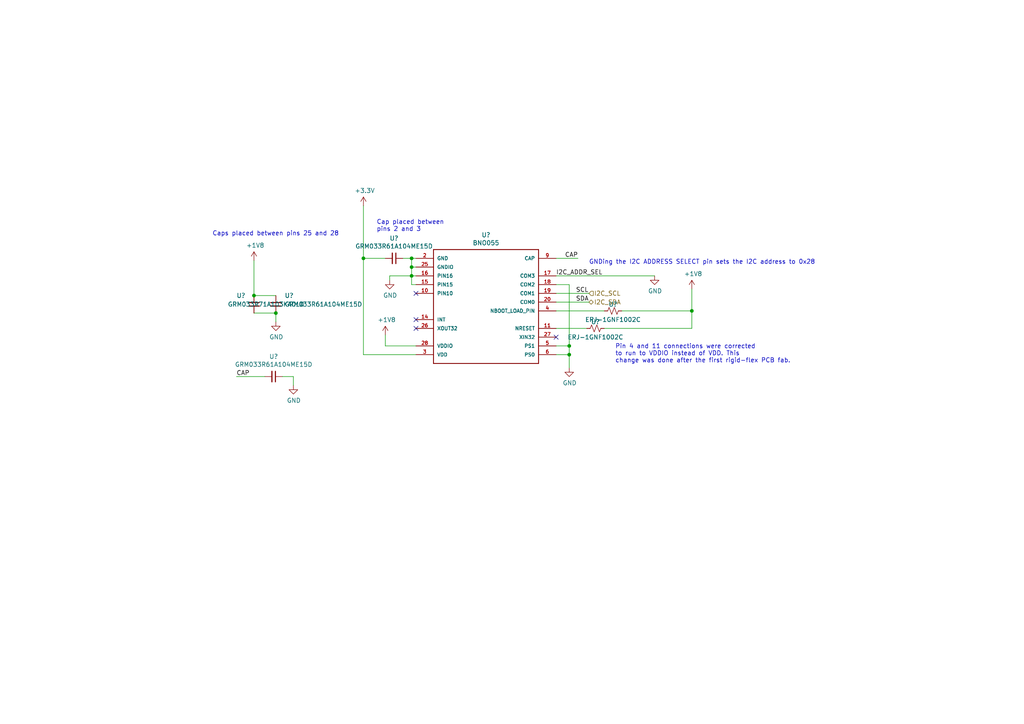
<source format=kicad_sch>
(kicad_sch (version 20211123) (generator eeschema)
  (paper "A4")
  (title_block (title "Miniscope-V4-Rigid-Flex") (date "2021-01-05") (rev "4.41") (company "Aharoni Lab"))
  (lib_symbols
    (symbol ".Device:C_Small" (pin_numbers hide) (pin_names (offset 0.254) hide)
      (property "Reference" "C" (at 0.254 1.778 0))
      (property "Value" "C_Small" (at 0.254 -2.032 0))
      (symbol "C_Small_0_1"
        (polyline (pts (xy -1.524 -0.508) (xy 1.524 -0.508)) (stroke (width 0.3302)))
        (polyline (pts (xy -1.524 0.508) (xy 1.524 0.508)) (stroke (width 0.3048)))
      )
      (symbol "C_Small_1_1"
        (pin passive line (at 0 2.54 270) (length 2.032) (name "~") (number "1"))
        (pin passive line (at 0 -2.54 90) (length 2.032) (name "~") (number "2"))
      )
    )
    (symbol ".Device:R_Small_US" (pin_numbers hide) (pin_names (offset 0.254) hide)
      (property "Reference" "R" (at 0.762 0.508 0))
      (property "Value" "R_Small_US" (at 0.762 -1.016 0))
      (symbol "R_Small_US_1_1"
        (polyline (pts (xy 0 0) (xy 1.016 -0.381) (xy 0 -0.762) (xy -1.016 -1.143) (xy 0 -1.524)))
        (polyline (pts (xy 0 1.524) (xy 1.016 1.143) (xy 0 0.762) (xy -1.016 0.381) (xy 0 0)))
        (pin passive line (at 0 2.54 270) (length 1.016) (name "~") (number "1"))
        (pin passive line (at 0 -2.54 90) (length 1.016) (name "~") (number "2"))
      )
    )
    (symbol ".IMU:BNO055" (pin_names (offset 1.016))
      (property "Reference" "U" (at -14.732 15.748 0))
      (property "Value" "BNO055" (at -14.7574 -19.6088 0))
      (symbol "BNO055_0_0"
        (polyline (pts (xy -15.24 -17.78) (xy 15.24 -17.78)) (stroke (width 0.254)))
        (polyline (pts (xy -15.24 15.24) (xy -15.24 -17.78)) (stroke (width 0.254)))
        (polyline (pts (xy 15.24 -17.78) (xy 15.24 15.24)) (stroke (width 0.254)))
        (polyline (pts (xy 15.24 15.24) (xy -15.24 15.24)) (stroke (width 0.254)))
        (pin power_in line (at 20.32 -5.08 180) (length 5.08) (name "PIN10") (number "10"))
        (pin input line (at -20.32 5.08 0) (length 5.08) (name "NRESET") (number "11"))
        (pin output line (at 20.32 2.54 180) (length 5.08) (name "INT") (number "14"))
        (pin power_in line (at 20.32 -7.62 180) (length 5.08) (name "PIN15") (number "15"))
        (pin power_in line (at 20.32 -10.16 180) (length 5.08) (name "PIN16") (number "16"))
        (pin bidirectional line (at -20.32 -10.16 0) (length 5.08) (name "COM3") (number "17"))
        (pin bidirectional line (at -20.32 -7.62 0) (length 5.08) (name "COM2") (number "18"))
        (pin bidirectional line (at -20.32 -5.08 0) (length 5.08) (name "COM1") (number "19"))
        (pin power_in line (at 20.32 -15.24 180) (length 5.08) (name "GND") (number "2"))
        (pin bidirectional line (at -20.32 -2.54 0) (length 5.08) (name "COM0") (number "20"))
        (pin power_in line (at 20.32 -12.7 180) (length 5.08) (name "GNDIO") (number "25"))
        (pin output line (at 20.32 5.08 180) (length 5.08) (name "XOUT32") (number "26"))
        (pin input line (at -20.32 7.62 0) (length 5.08) (name "XIN32") (number "27"))
        (pin power_in line (at 20.32 10.16 180) (length 5.08) (name "VDDIO") (number "28"))
        (pin power_in line (at 20.32 12.7 180) (length 5.08) (name "VDD") (number "3"))
        (pin bidirectional line (at -20.32 0 0) (length 5.08) (name "NBOOT_LOAD_PIN") (number "4"))
        (pin input line (at -20.32 10.16 0) (length 5.08) (name "PS1") (number "5"))
        (pin input line (at -20.32 12.7 0) (length 5.08) (name "PS0") (number "6"))
        (pin passive line (at -20.32 -15.24 0) (length 5.08) (name "CAP") (number "9"))
      )
    )
    (symbol "power:+1V8" (power) (pin_names (offset 0))
      (property "Value" "+1V8" (at 0 3.556 0))
      (symbol "+1V8_0_1"
        (polyline (pts (xy -0.762 1.27) (xy 0 2.54)))
        (polyline (pts (xy 0 0) (xy 0 2.54)))
        (polyline (pts (xy 0 2.54) (xy 0.762 1.27)))
      )
      (symbol "+1V8_1_1"
        (pin power_in line (at 0 0 90) (length 0) hide (name "+1V8") (number "1"))
      )
    )
    (symbol "power:+3.3V" (power) (pin_names (offset 0))
      (property "Value" "+3.3V" (at 0 3.556 0))
      (symbol "+3.3V_0_1"
        (polyline (pts (xy -0.762 1.27) (xy 0 2.54)))
        (polyline (pts (xy 0 0) (xy 0 2.54)))
        (polyline (pts (xy 0 2.54) (xy 0.762 1.27)))
      )
      (symbol "+3.3V_1_1"
        (pin power_in line (at 0 0 90) (length 0) hide (name "+3.3V") (number "1"))
      )
    )
    (symbol "power:GND" (power) (pin_names (offset 0))
      (property "Value" "GND" (at 0 -3.81 0))
      (symbol "GND_0_1"
        (polyline (pts (xy 0 0) (xy 0 -1.27) (xy 1.27 -1.27) (xy 0 -2.54) (xy -1.27 -1.27) (xy 0 -1.27)))
      )
      (symbol "GND_1_1"
        (pin power_in line (at 0 0 270) (length 0) hide (name "GND") (number "1"))
      )
    )
  )
  (junction (at 200.66 90.17))
  (junction (at 165.1 102.87))
  (junction (at 119.38 77.47))
  (junction (at 119.38 74.93))
  (junction (at 105.41 74.93))
  (junction (at 80.01 90.805))
  (junction (at 73.66 85.725))
  (junction (at 165.1 100.33))
  (junction (at 119.38 80.01))
  (no_connect (at 161.29 97.79))
  (no_connect (at 120.65 95.25))
  (no_connect (at 120.65 92.71))
  (no_connect (at 120.65 85.09))
  (wire (pts (xy 111.76 74.93) (xy 105.41 74.93)))
  (wire (pts (xy 161.29 95.25) (xy 170.18 95.25)))
  (wire (pts (xy 119.38 77.47) (xy 119.38 80.01)))
  (wire (pts (xy 161.29 74.93) (xy 167.64 74.93)))
  (wire (pts (xy 85.09 109.22) (xy 85.09 111.76)))
  (wire (pts (xy 200.66 95.25) (xy 200.66 90.17)))
  (wire (pts (xy 161.29 85.09) (xy 170.815 85.09)))
  (wire (pts (xy 119.38 80.01) (xy 113.03 80.01)))
  (wire (pts (xy 161.29 90.17) (xy 175.26 90.17)))
  (wire (pts (xy 119.38 82.55) (xy 120.65 82.55)))
  (wire (pts (xy 200.66 83.82) (xy 200.66 90.17)))
  (wire (pts (xy 200.66 90.17) (xy 180.34 90.17)))
  (wire (pts (xy 161.29 80.01) (xy 189.865 80.01)))
  (wire (pts (xy 119.38 74.93) (xy 119.38 77.47)))
  (wire (pts (xy 165.1 102.87) (xy 165.1 100.33)))
  (wire (pts (xy 80.01 93.345) (xy 80.01 90.805)))
  (wire (pts (xy 76.835 109.22) (xy 68.58 109.22)))
  (wire (pts (xy 73.66 90.805) (xy 80.01 90.805)))
  (wire (pts (xy 105.41 59.69) (xy 105.41 74.93)))
  (wire (pts (xy 80.01 85.725) (xy 73.66 85.725)))
  (wire (pts (xy 165.1 100.33) (xy 161.29 100.33)))
  (wire (pts (xy 161.29 87.63) (xy 170.815 87.63)))
  (wire (pts (xy 119.38 80.01) (xy 120.65 80.01)))
  (wire (pts (xy 119.38 74.93) (xy 116.84 74.93)))
  (wire (pts (xy 105.41 74.93) (xy 105.41 102.87)))
  (wire (pts (xy 161.29 82.55) (xy 165.1 82.55)))
  (wire (pts (xy 165.1 102.87) (xy 165.1 106.68)))
  (wire (pts (xy 120.65 102.87) (xy 105.41 102.87)))
  (wire (pts (xy 113.03 80.01) (xy 113.03 81.28)))
  (wire (pts (xy 111.76 100.33) (xy 111.76 97.155)))
  (wire (pts (xy 120.65 100.33) (xy 111.76 100.33)))
  (wire (pts (xy 161.29 102.87) (xy 165.1 102.87)))
  (wire (pts (xy 119.38 77.47) (xy 120.65 77.47)))
  (wire (pts (xy 165.1 82.55) (xy 165.1 100.33)))
  (wire (pts (xy 120.65 74.93) (xy 119.38 74.93)))
  (wire (pts (xy 73.66 75.565) (xy 73.66 85.725)))
  (wire (pts (xy 175.26 95.25) (xy 200.66 95.25)))
  (wire (pts (xy 81.915 109.22) (xy 85.09 109.22)))
  (wire (pts (xy 119.38 80.01) (xy 119.38 82.55)))
  (text "GNDing the I2C ADDRESS SELECT pin sets the I2C address to 0x28" (at 170.815 76.835 0) (effects (font (size 1.27 1.27)) (justify left bottom)))
  (text "Cap placed between\npins 2 and 3" (at 109.22 67.31 0) (effects (font (size 1.27 1.27)) (justify left bottom)))
  (text "Pin 4 and 11 connections were corrected \nto run to VDDIO instead of VDD. This \nchange was done after the first rigid-flex PCB fab." (at 178.435 105.41 0) (effects (font (size 1.27 1.27)) (justify left bottom)))
  (text "Caps placed between pins 25 and 28" (at 61.595 68.58 0) (effects (font (size 1.27 1.27)) (justify left bottom)))
  (label "CAP" (at 163.83 74.93 0))
  (label "SDA" (at 167.005 87.63 0))
  (label "CAP" (at 68.58 109.22 0))
  (label "I2C_ADDR_SEL" (at 161.29 80.01 0))
  (label "SCL" (at 167.005 85.09 0))
  (hierarchical_label "I2C_SDA" (shape bidirectional) (at 170.815 87.63 0))
  (hierarchical_label "I2C_SCL" (shape input) (at 170.815 85.09 0))
  (symbol (lib_id ".IMU:BNO055") (at 140.97 90.17 180) (unit 1)
    (property "Value" "BNO055" (at 140.97 70.4596 0))
    (property "Footprint" "Package_LGA:LGA-28_5.2x3.8mm_P0.5mm" (effects hide))
    (property "Field4" "BNO055" (effects hide))
    (property "Field5" "Unavailable" (effects hide))
    (property "Field6" "Bosch" (effects hide))
    (property "Field7" "BNO055 9-axis Absolute Orientation Sensor _ SiP _ w/Sensors and Sensor Fusion" (effects hide))
    (property "Field8" "None" (effects hide))
  )
  (symbol (lib_id ".Device:C_Small") (at 114.3 74.93 270) (unit 1)
    (property "Value" "GRM033R61A104ME15D" (at 114.3 71.4248 90))
    (property "Footprint" ".Capacitor:C_0201_0603Metric_L" (effects hide))
    (property "Note" "0.1uF" (effects hide))
    (property "Size" "0201" (effects hide))
  )
  (symbol (lib_id ".Device:C_Small") (at 73.66 88.265 0) (unit 1)
    (property "Value" "GRM033R71A103KA01D" (at 66.04 88.265 0) (effects (justify left)))
    (property "Footprint" ".Capacitor:C_0201_0603Metric_L" (effects hide))
    (property "Note" "0.01uF" (effects hide))
    (property "Size" "0201" (effects hide))
  )
  (symbol (lib_id ".Device:C_Small") (at 80.01 88.265 0) (unit 1)
    (property "Value" "GRM033R61A104ME15D" (at 82.55 88.265 0) (effects (justify left)))
    (property "Footprint" ".Capacitor:C_0201_0603Metric_L" (effects hide))
    (property "Note" "0.1uF" (effects hide))
    (property "Size" "0201" (effects hide))
  )
  (symbol (lib_id "power:+3.3V") (at 105.41 59.69 0) (unit 1)
    (property "Reference" "#PWR0203" (effects hide))
    (property "Value" "+3.3V" (at 105.791 55.2958 0))
  )
  (symbol (lib_id "power:GND") (at 113.03 81.28 0) (unit 1)
    (property "Reference" "#PWR0204" (effects hide))
    (property "Value" "GND" (at 113.157 85.6742 0))
  )
  (symbol (lib_id "power:GND") (at 165.1 106.68 0) (unit 1)
    (property "Reference" "#PWR0205" (effects hide))
    (property "Value" "GND" (at 165.227 111.0742 0))
  )
  (symbol (lib_id ".Device:C_Small") (at 79.375 109.22 270) (unit 1)
    (property "Value" "GRM033R61A104ME15D" (at 79.375 105.7148 90))
    (property "Footprint" ".Capacitor:C_0201_0603Metric_L" (effects hide))
    (property "Note" "0.1uF" (effects hide))
    (property "Size" "0201" (effects hide))
  )
  (symbol (lib_id "power:GND") (at 85.09 111.76 0) (unit 1)
    (property "Reference" "#PWR0206" (effects hide))
    (property "Value" "GND" (at 85.217 116.1542 0))
  )
  (symbol (lib_id "power:GND") (at 80.01 93.345 0) (unit 1)
    (property "Reference" "#PWR0207" (effects hide))
    (property "Value" "GND" (at 80.137 97.7392 0))
  )
  (symbol (lib_id ".Device:R_Small_US") (at 177.8 90.17 270) (unit 1)
    (property "Value" "ERJ-1GNF1002C" (at 177.8 92.71 90))
    (property "Footprint" ".Resistor:R_0201_0603Metric_ERJ_L" (effects hide))
    (property "Note" "10K" (effects hide))
    (property "Size" "0201" (effects hide))
  )
  (symbol (lib_id ".Device:R_Small_US") (at 172.72 95.25 270) (unit 1)
    (property "Value" "ERJ-1GNF1002C" (at 172.72 97.79 90))
    (property "Footprint" ".Resistor:R_0201_0603Metric_ERJ_L" (effects hide))
    (property "Note" "10K" (effects hide))
    (property "Size" "0201" (effects hide))
  )
  (symbol (lib_id "power:GND") (at 189.865 80.01 0) (unit 1)
    (property "Reference" "#PWR0212" (effects hide))
    (property "Value" "GND" (at 189.992 84.4042 0))
  )
  (symbol (lib_id "power:+1V8") (at 111.76 97.155 0) (unit 1)
    (property "Reference" "#PWR0127" (effects hide))
    (property "Value" "+1V8" (at 112.141 92.7608 0))
  )
  (symbol (lib_id "power:+1V8") (at 73.66 75.565 0) (unit 1)
    (property "Reference" "#PWR0208" (effects hide))
    (property "Value" "+1V8" (at 74.041 71.1708 0))
  )
  (symbol (lib_id "power:+1V8") (at 200.66 83.82 0) (unit 1)
    (property "Reference" "#PWR0193" (effects hide))
    (property "Value" "+1V8" (at 201.041 79.4258 0))
  )
)
</source>
